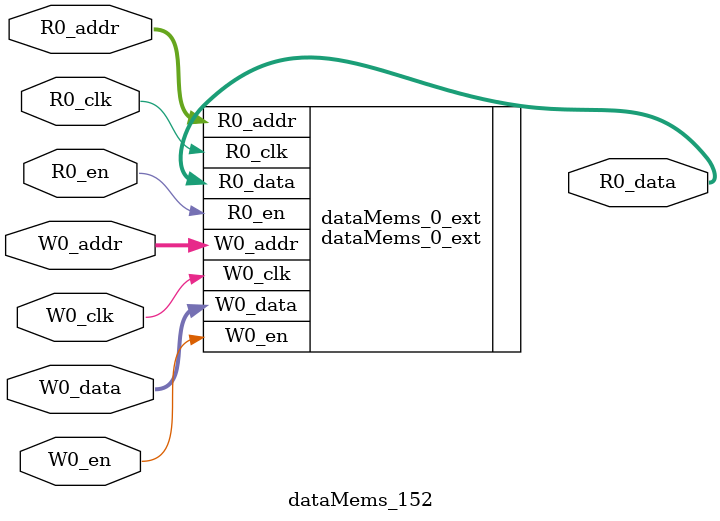
<source format=sv>
`ifndef RANDOMIZE
  `ifdef RANDOMIZE_REG_INIT
    `define RANDOMIZE
  `endif // RANDOMIZE_REG_INIT
`endif // not def RANDOMIZE
`ifndef RANDOMIZE
  `ifdef RANDOMIZE_MEM_INIT
    `define RANDOMIZE
  `endif // RANDOMIZE_MEM_INIT
`endif // not def RANDOMIZE

`ifndef RANDOM
  `define RANDOM $random
`endif // not def RANDOM

// Users can define 'PRINTF_COND' to add an extra gate to prints.
`ifndef PRINTF_COND_
  `ifdef PRINTF_COND
    `define PRINTF_COND_ (`PRINTF_COND)
  `else  // PRINTF_COND
    `define PRINTF_COND_ 1
  `endif // PRINTF_COND
`endif // not def PRINTF_COND_

// Users can define 'ASSERT_VERBOSE_COND' to add an extra gate to assert error printing.
`ifndef ASSERT_VERBOSE_COND_
  `ifdef ASSERT_VERBOSE_COND
    `define ASSERT_VERBOSE_COND_ (`ASSERT_VERBOSE_COND)
  `else  // ASSERT_VERBOSE_COND
    `define ASSERT_VERBOSE_COND_ 1
  `endif // ASSERT_VERBOSE_COND
`endif // not def ASSERT_VERBOSE_COND_

// Users can define 'STOP_COND' to add an extra gate to stop conditions.
`ifndef STOP_COND_
  `ifdef STOP_COND
    `define STOP_COND_ (`STOP_COND)
  `else  // STOP_COND
    `define STOP_COND_ 1
  `endif // STOP_COND
`endif // not def STOP_COND_

// Users can define INIT_RANDOM as general code that gets injected into the
// initializer block for modules with registers.
`ifndef INIT_RANDOM
  `define INIT_RANDOM
`endif // not def INIT_RANDOM

// If using random initialization, you can also define RANDOMIZE_DELAY to
// customize the delay used, otherwise 0.002 is used.
`ifndef RANDOMIZE_DELAY
  `define RANDOMIZE_DELAY 0.002
`endif // not def RANDOMIZE_DELAY

// Define INIT_RANDOM_PROLOG_ for use in our modules below.
`ifndef INIT_RANDOM_PROLOG_
  `ifdef RANDOMIZE
    `ifdef VERILATOR
      `define INIT_RANDOM_PROLOG_ `INIT_RANDOM
    `else  // VERILATOR
      `define INIT_RANDOM_PROLOG_ `INIT_RANDOM #`RANDOMIZE_DELAY begin end
    `endif // VERILATOR
  `else  // RANDOMIZE
    `define INIT_RANDOM_PROLOG_
  `endif // RANDOMIZE
`endif // not def INIT_RANDOM_PROLOG_

// Include register initializers in init blocks unless synthesis is set
`ifndef SYNTHESIS
  `ifndef ENABLE_INITIAL_REG_
    `define ENABLE_INITIAL_REG_
  `endif // not def ENABLE_INITIAL_REG_
`endif // not def SYNTHESIS

// Include rmemory initializers in init blocks unless synthesis is set
`ifndef SYNTHESIS
  `ifndef ENABLE_INITIAL_MEM_
    `define ENABLE_INITIAL_MEM_
  `endif // not def ENABLE_INITIAL_MEM_
`endif // not def SYNTHESIS

module dataMems_152(	// @[generators/ara/src/main/scala/UnsafeAXI4ToTL.scala:365:62]
  input  [4:0]  R0_addr,
  input         R0_en,
  input         R0_clk,
  output [66:0] R0_data,
  input  [4:0]  W0_addr,
  input         W0_en,
  input         W0_clk,
  input  [66:0] W0_data
);

  dataMems_0_ext dataMems_0_ext (	// @[generators/ara/src/main/scala/UnsafeAXI4ToTL.scala:365:62]
    .R0_addr (R0_addr),
    .R0_en   (R0_en),
    .R0_clk  (R0_clk),
    .R0_data (R0_data),
    .W0_addr (W0_addr),
    .W0_en   (W0_en),
    .W0_clk  (W0_clk),
    .W0_data (W0_data)
  );
endmodule


</source>
